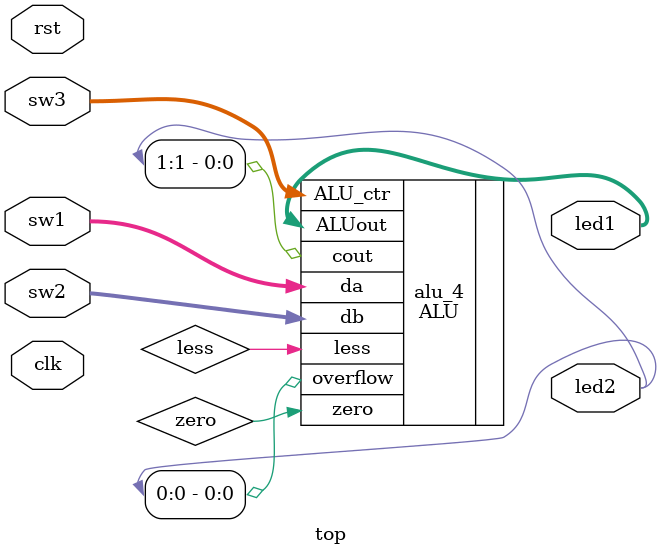
<source format=v>

module top (
    input clk,
    input rst,
    input [3:0] sw1,   // da
    input [3:0] sw2,   // db
    input [2:0] sw3,   // cntrol
    output [3:0] led1, // ALU_out
    output [1:0] led2  // cout, overflow
);
    wire less;
    wire zero;

    ALU alu_4 (
        .da(sw1),
        .db(sw2),
        .ALU_ctr(sw3),
        .ALUout(led1),
        .cout(led2[1]),
        .overflow(led2[0]),
        .less(less),
        .zero(zero)
    );

endmodule


</source>
